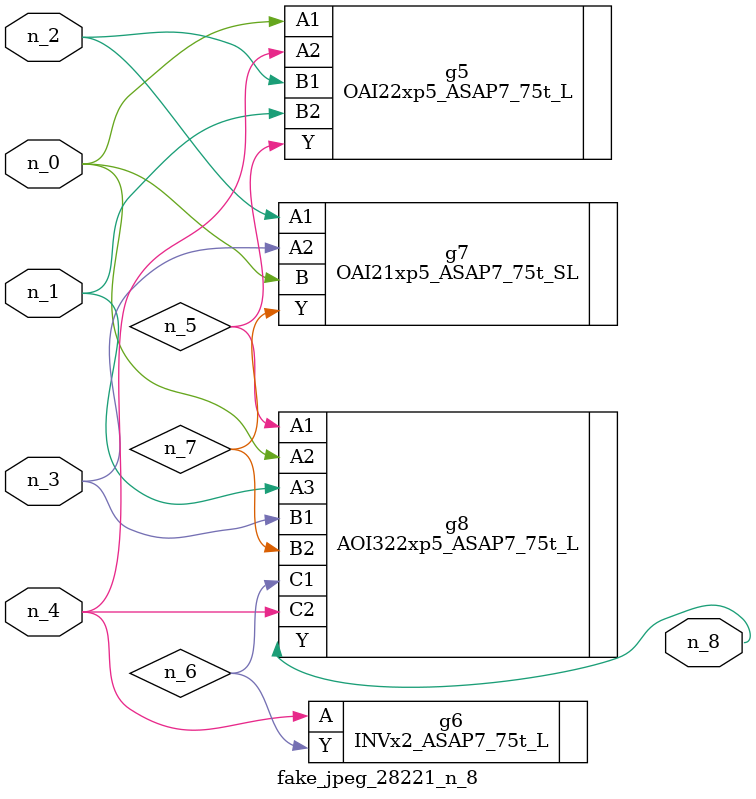
<source format=v>
module fake_jpeg_28221_n_8 (n_3, n_2, n_1, n_0, n_4, n_8);

input n_3;
input n_2;
input n_1;
input n_0;
input n_4;

output n_8;

wire n_6;
wire n_5;
wire n_7;

OAI22xp5_ASAP7_75t_L g5 ( 
.A1(n_0),
.A2(n_4),
.B1(n_2),
.B2(n_1),
.Y(n_5)
);

INVx2_ASAP7_75t_L g6 ( 
.A(n_4),
.Y(n_6)
);

OAI21xp5_ASAP7_75t_SL g7 ( 
.A1(n_2),
.A2(n_3),
.B(n_0),
.Y(n_7)
);

AOI322xp5_ASAP7_75t_L g8 ( 
.A1(n_5),
.A2(n_0),
.A3(n_1),
.B1(n_3),
.B2(n_7),
.C1(n_6),
.C2(n_4),
.Y(n_8)
);


endmodule
</source>
